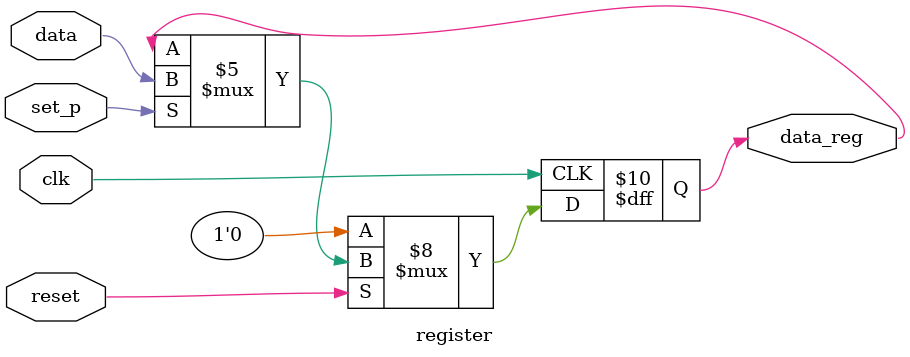
<source format=v>
module register (
                  input      clk, set_p, data, reset,
                  output reg data_reg
                 );

   initial data_reg = 1'b0;     // reset data_reg

   // At every clock, if set_p, set data_out as data
   always @(posedge clk)
     if (reset == 1'b0)
       data_reg <= 1'b0;        // reset data_reg
     else if (set_p == 1'b1)
       data_reg <= data;        // set data_reg
   
endmodule : register

</source>
